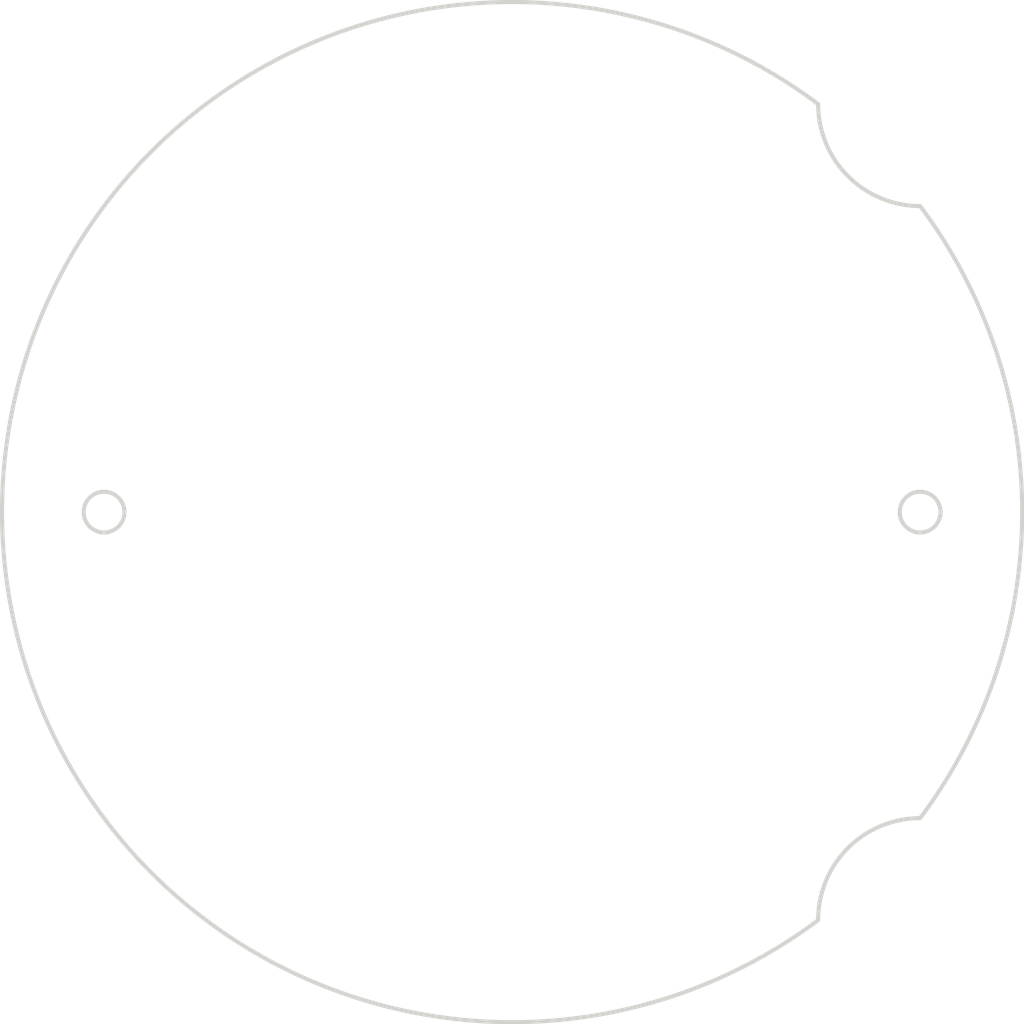
<source format=kicad_pcb>
(kicad_pcb
	(version 20240108)
	(generator "pcbnew")
	(generator_version "8.0")
	(general
		(thickness 1.6)
		(legacy_teardrops no)
	)
	(paper "A4")
	(layers
		(0 "F.Cu" signal)
		(31 "B.Cu" signal)
		(32 "B.Adhes" user "B.Adhesive")
		(33 "F.Adhes" user "F.Adhesive")
		(34 "B.Paste" user)
		(35 "F.Paste" user)
		(36 "B.SilkS" user "B.Silkscreen")
		(37 "F.SilkS" user "F.Silkscreen")
		(38 "B.Mask" user)
		(39 "F.Mask" user)
		(40 "Dwgs.User" user "User.Drawings")
		(41 "Cmts.User" user "User.Comments")
		(42 "Eco1.User" user "User.Eco1")
		(43 "Eco2.User" user "User.Eco2")
		(44 "Edge.Cuts" user)
		(45 "Margin" user)
		(46 "B.CrtYd" user "B.Courtyard")
		(47 "F.CrtYd" user "F.Courtyard")
		(48 "B.Fab" user)
		(49 "F.Fab" user)
		(50 "User.1" user)
		(51 "User.2" user)
		(52 "User.3" user)
		(53 "User.4" user)
		(54 "User.5" user)
		(55 "User.6" user)
		(56 "User.7" user)
		(57 "User.8" user)
		(58 "User.9" user)
	)
	(setup
		(pad_to_mask_clearance 0)
		(allow_soldermask_bridges_in_footprints no)
		(pcbplotparams
			(layerselection 0x00010fc_ffffffff)
			(plot_on_all_layers_selection 0x0000000_00000000)
			(disableapertmacros no)
			(usegerberextensions no)
			(usegerberattributes yes)
			(usegerberadvancedattributes yes)
			(creategerberjobfile yes)
			(dashed_line_dash_ratio 12.000000)
			(dashed_line_gap_ratio 3.000000)
			(svgprecision 4)
			(plotframeref no)
			(viasonmask no)
			(mode 1)
			(useauxorigin no)
			(hpglpennumber 1)
			(hpglpenspeed 20)
			(hpglpendiameter 15.000000)
			(pdf_front_fp_property_popups yes)
			(pdf_back_fp_property_popups yes)
			(dxfpolygonmode yes)
			(dxfimperialunits yes)
			(dxfusepcbnewfont yes)
			(psnegative no)
			(psa4output no)
			(plotreference yes)
			(plotvalue yes)
			(plotfptext yes)
			(plotinvisibletext no)
			(sketchpadsonfab no)
			(subtractmaskfromsilk no)
			(outputformat 1)
			(mirror no)
			(drillshape 1)
			(scaleselection 1)
			(outputdirectory "")
		)
	)
	(net 0 "")
	(gr_circle
		(center 130 100)
		(end 131 100)
		(stroke
			(width 0.2)
			(type default)
		)
		(fill none)
		(layer "Edge.Cuts")
		(uuid "21f6a0a4-a577-4ed0-9edd-31d09059fdba")
	)
	(gr_arc
		(start 150 125)
		(mid 125 100)
		(end 150 75)
		(stroke
			(width 0.2)
			(type default)
		)
		(layer "Edge.Cuts")
		(uuid "422146fa-ce33-4d66-8804-8d83e27aa66e")
	)
	(gr_arc
		(start 170 85)
		(mid 166.464466 83.535534)
		(end 165 80)
		(stroke
			(width 0.2)
			(type default)
		)
		(layer "Edge.Cuts")
		(uuid "43e9d31f-9c3f-411c-96bd-71ba0a513537")
	)
	(gr_circle
		(center 170 100)
		(end 171 100)
		(stroke
			(width 0.2)
			(type default)
		)
		(fill none)
		(layer "Edge.Cuts")
		(uuid "467247e4-4620-4b47-b5b0-cd2990ceff1a")
	)
	(gr_arc
		(start 175 100)
		(mid 173.717082 107.905694)
		(end 170 115)
		(stroke
			(width 0.2)
			(type default)
		)
		(layer "Edge.Cuts")
		(uuid "5384d790-c9ea-4b65-8769-b914dd17ea48")
	)
	(gr_arc
		(start 170 85)
		(mid 173.717082 92.094306)
		(end 175 100)
		(stroke
			(width 0.2)
			(type default)
		)
		(layer "Edge.Cuts")
		(uuid "5c06e205-e51f-47a6-a301-6d58bf561d23")
	)
	(gr_arc
		(start 165 120)
		(mid 166.464466 116.464466)
		(end 170 115)
		(stroke
			(width 0.2)
			(type default)
		)
		(layer "Edge.Cuts")
		(uuid "9003e22a-c2e0-466d-92c2-11dc3de0e134")
	)
	(gr_arc
		(start 165 120)
		(mid 157.905694 123.717082)
		(end 150 125)
		(stroke
			(width 0.2)
			(type default)
		)
		(layer "Edge.Cuts")
		(uuid "a0426de7-2d1c-4766-bfe1-9336db4268b0")
	)
	(gr_arc
		(start 150.000003 74.999991)
		(mid 157.905697 76.282909)
		(end 165.000003 79.999991)
		(stroke
			(width 0.2)
			(type default)
		)
		(layer "Edge.Cuts")
		(uuid "a10db16f-0500-4241-98e8-2ed275574896")
	)
)
</source>
